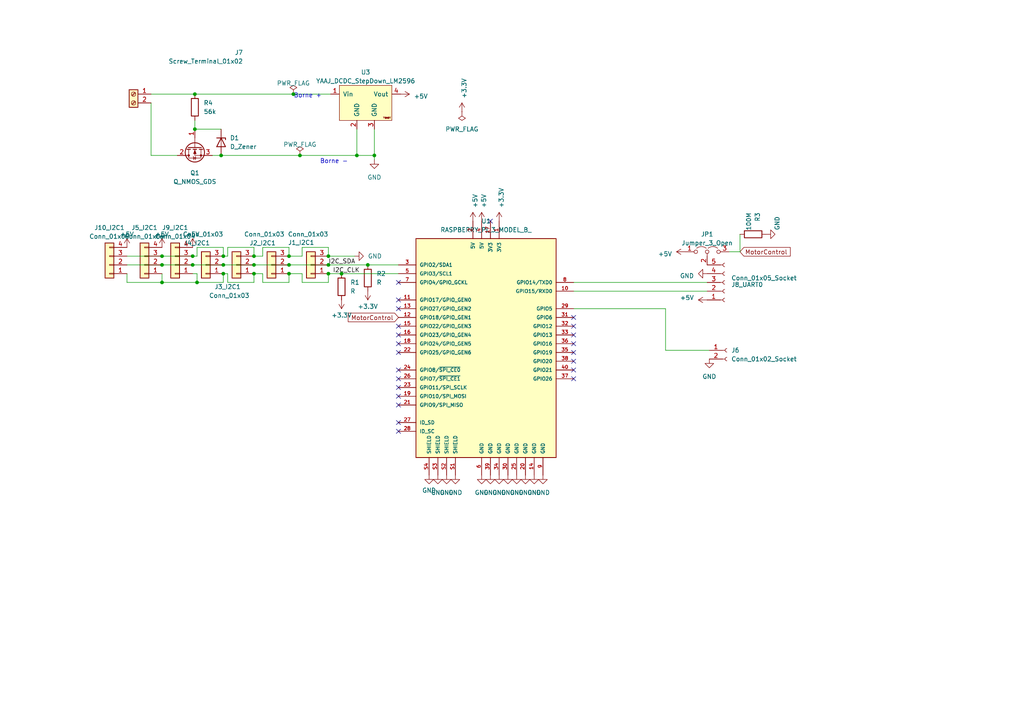
<source format=kicad_sch>
(kicad_sch (version 20231120) (generator "eeschema") (generator_version "8.0")
  (paper "A4")
  (lib_symbols
    (symbol "+3.3V_1" (power) (pin_names (offset 0))
      (property "Value" "+3.3V_1" (at 0 3.556 0))
      (symbol "+3.3V_1_0_1"
        (polyline (pts (xy -0.762 1.27) (xy 0 2.54)))
        (polyline (pts (xy 0 0) (xy 0 2.54)))
        (polyline (pts (xy 0 2.54) (xy 0.762 1.27)))
      )
      (symbol "+3.3V_1_1_1"
        (pin power_in line (at 0 0 90) (length 0) hide (name "+3.3V") (number "1"))
      )
    )
    (symbol "Connector:Conn_01x02_Socket" (pin_names (offset 1.016) hide)
      (property "Reference" "J" (at 0 2.54 0))
      (property "Value" "Conn_01x02_Socket" (at 0 -5.08 0))
      (symbol "Conn_01x02_Socket_1_1"
        (arc (start 0 -2.032) (mid -0.5058 -2.54) (end 0 -3.048) (stroke (width 0.1524)))
        (polyline (pts (xy -1.27 -2.54) (xy -0.508 -2.54)) (stroke (width 0.1524)))
        (polyline (pts (xy -1.27 0) (xy -0.508 0)) (stroke (width 0.1524)))
        (arc (start 0 0.508) (mid -0.5058 0) (end 0 -0.508) (stroke (width 0.1524)))
        (pin passive line (at -5.08 0 0) (length 3.81) (name "Pin_1") (number "1"))
        (pin passive line (at -5.08 -2.54 0) (length 3.81) (name "Pin_2") (number "2"))
      )
    )
    (symbol "Connector:Conn_01x05_Socket" (pin_names (offset 1.016) hide)
      (property "Reference" "J" (at 0 7.62 0))
      (property "Value" "Conn_01x05_Socket" (at 0 -7.62 0))
      (symbol "Conn_01x05_Socket_1_1"
        (arc (start 0 -4.572) (mid -0.5058 -5.08) (end 0 -5.588) (stroke (width 0.1524)))
        (arc (start 0 -2.032) (mid -0.5058 -2.54) (end 0 -3.048) (stroke (width 0.1524)))
        (polyline (pts (xy -1.27 -5.08) (xy -0.508 -5.08)) (stroke (width 0.1524)))
        (polyline (pts (xy -1.27 -2.54) (xy -0.508 -2.54)) (stroke (width 0.1524)))
        (polyline (pts (xy -1.27 0) (xy -0.508 0)) (stroke (width 0.1524)))
        (polyline (pts (xy -1.27 2.54) (xy -0.508 2.54)) (stroke (width 0.1524)))
        (polyline (pts (xy -1.27 5.08) (xy -0.508 5.08)) (stroke (width 0.1524)))
        (arc (start 0 0.508) (mid -0.5058 0) (end 0 -0.508) (stroke (width 0.1524)))
        (arc (start 0 3.048) (mid -0.5058 2.54) (end 0 2.032) (stroke (width 0.1524)))
        (arc (start 0 5.588) (mid -0.5058 5.08) (end 0 4.572) (stroke (width 0.1524)))
        (pin passive line (at -5.08 5.08 0) (length 3.81) (name "Pin_1") (number "1"))
        (pin passive line (at -5.08 2.54 0) (length 3.81) (name "Pin_2") (number "2"))
        (pin passive line (at -5.08 0 0) (length 3.81) (name "Pin_3") (number "3"))
        (pin passive line (at -5.08 -2.54 0) (length 3.81) (name "Pin_4") (number "4"))
        (pin passive line (at -5.08 -5.08 0) (length 3.81) (name "Pin_5") (number "5"))
      )
    )
    (symbol "Connector:Screw_Terminal_01x02" (pin_names (offset 1.016) hide)
      (property "Reference" "J" (at 0 2.54 0))
      (property "Value" "Screw_Terminal_01x02" (at 0 -5.08 0))
      (symbol "Screw_Terminal_01x02_1_1"
        (rectangle (start -1.27 1.27) (end 1.27 -3.81) (stroke (width 0.254)) (fill (type background)))
        (circle (center 0 -2.54) (radius 0.635) (stroke (width 0.1524)))
        (polyline (pts (xy -0.5334 -2.2098) (xy 0.3302 -3.048)) (stroke (width 0.1524)))
        (polyline (pts (xy -0.5334 0.3302) (xy 0.3302 -0.508)) (stroke (width 0.1524)))
        (polyline (pts (xy -0.3556 -2.032) (xy 0.508 -2.8702)) (stroke (width 0.1524)))
        (polyline (pts (xy -0.3556 0.508) (xy 0.508 -0.3302)) (stroke (width 0.1524)))
        (circle (center 0 0) (radius 0.635) (stroke (width 0.1524)))
        (pin passive line (at -5.08 0 0) (length 3.81) (name "Pin_1") (number "1"))
        (pin passive line (at -5.08 -2.54 0) (length 3.81) (name "Pin_2") (number "2"))
      )
    )
    (symbol "Connector_Generic:Conn_01x03" (pin_names (offset 1.016) hide)
      (property "Reference" "J" (at 0 5.08 0))
      (property "Value" "Conn_01x03" (at 0 -5.08 0))
      (symbol "Conn_01x03_1_1"
        (rectangle (start -1.27 -2.413) (end 0 -2.667) (stroke (width 0.1524)))
        (rectangle (start -1.27 0.127) (end 0 -0.127) (stroke (width 0.1524)))
        (rectangle (start -1.27 2.667) (end 0 2.413) (stroke (width 0.1524)))
        (rectangle (start -1.27 3.81) (end 1.27 -3.81) (stroke (width 0.254)) (fill (type background)))
        (pin passive line (at -5.08 2.54 0) (length 3.81) (name "Pin_1") (number "1"))
        (pin passive line (at -5.08 0 0) (length 3.81) (name "Pin_2") (number "2"))
        (pin passive line (at -5.08 -2.54 0) (length 3.81) (name "Pin_3") (number "3"))
      )
    )
    (symbol "Connector_Generic:Conn_01x04" (pin_names (offset 1.016) hide)
      (property "Reference" "J" (at 0 5.08 0))
      (property "Value" "Conn_01x04" (at 0 -7.62 0))
      (symbol "Conn_01x04_1_1"
        (rectangle (start -1.27 -4.953) (end 0 -5.207) (stroke (width 0.1524)))
        (rectangle (start -1.27 -2.413) (end 0 -2.667) (stroke (width 0.1524)))
        (rectangle (start -1.27 0.127) (end 0 -0.127) (stroke (width 0.1524)))
        (rectangle (start -1.27 2.667) (end 0 2.413) (stroke (width 0.1524)))
        (rectangle (start -1.27 3.81) (end 1.27 -6.35) (stroke (width 0.254)) (fill (type background)))
        (pin passive line (at -5.08 2.54 0) (length 3.81) (name "Pin_1") (number "1"))
        (pin passive line (at -5.08 0 0) (length 3.81) (name "Pin_2") (number "2"))
        (pin passive line (at -5.08 -2.54 0) (length 3.81) (name "Pin_3") (number "3"))
        (pin passive line (at -5.08 -5.08 0) (length 3.81) (name "Pin_4") (number "4"))
      )
    )
    (symbol "Device:D_Zener" (pin_numbers hide) (pin_names (offset 1.016) hide)
      (property "Reference" "D" (at 0 2.54 0))
      (property "Value" "D_Zener" (at 0 -2.54 0))
      (symbol "D_Zener_0_1"
        (polyline (pts (xy 1.27 0) (xy -1.27 0)))
        (polyline (pts (xy -1.27 -1.27) (xy -1.27 1.27) (xy -0.762 1.27)) (stroke (width 0.254)))
        (polyline (pts (xy 1.27 -1.27) (xy 1.27 1.27) (xy -1.27 0) (xy 1.27 -1.27)) (stroke (width 0.254)))
      )
      (symbol "D_Zener_1_1"
        (pin passive line (at -3.81 0 0) (length 2.54) (name "K") (number "1"))
        (pin passive line (at 3.81 0 180) (length 2.54) (name "A") (number "2"))
      )
    )
    (symbol "Device:Q_NMOS_GDS" (pin_names (offset 0) hide)
      (property "Reference" "Q" (at 5.08 1.27 0))
      (property "Value" "Q_NMOS_GDS" (at 5.08 -1.27 0))
      (symbol "Q_NMOS_GDS_0_1"
        (polyline (pts (xy 0.254 0) (xy -2.54 0)))
        (polyline (pts (xy 0.254 1.905) (xy 0.254 -1.905)) (stroke (width 0.254)))
        (polyline (pts (xy 0.762 -1.27) (xy 0.762 -2.286)) (stroke (width 0.254)))
        (polyline (pts (xy 0.762 0.508) (xy 0.762 -0.508)) (stroke (width 0.254)))
        (polyline (pts (xy 0.762 2.286) (xy 0.762 1.27)) (stroke (width 0.254)))
        (polyline (pts (xy 2.54 2.54) (xy 2.54 1.778)))
        (polyline (pts (xy 2.54 -2.54) (xy 2.54 0) (xy 0.762 0)))
        (polyline (pts (xy 0.762 -1.778) (xy 3.302 -1.778) (xy 3.302 1.778) (xy 0.762 1.778)))
        (polyline (pts (xy 1.016 0) (xy 2.032 0.381) (xy 2.032 -0.381) (xy 1.016 0)) (fill (type outline)))
        (polyline (pts (xy 2.794 0.508) (xy 2.921 0.381) (xy 3.683 0.381) (xy 3.81 0.254)))
        (polyline (pts (xy 3.302 0.381) (xy 2.921 -0.254) (xy 3.683 -0.254) (xy 3.302 0.381)))
        (circle (center 1.651 0) (radius 2.794) (stroke (width 0.254)))
        (circle (center 2.54 -1.778) (radius 0.254) (fill (type outline)))
        (circle (center 2.54 1.778) (radius 0.254) (fill (type outline)))
      )
      (symbol "Q_NMOS_GDS_1_1"
        (pin input line (at -5.08 0 0) (length 2.54) (name "G") (number "1"))
        (pin passive line (at 2.54 5.08 270) (length 2.54) (name "D") (number "2"))
        (pin passive line (at 2.54 -5.08 90) (length 2.54) (name "S") (number "3"))
      )
    )
    (symbol "Device:R" (pin_numbers hide) (pin_names (offset 0))
      (property "Reference" "R" (at 2.032 0 90))
      (property "Value" "R" (at 0 0 90))
      (symbol "R_0_1"
        (rectangle (start -1.016 -2.54) (end 1.016 2.54) (stroke (width 0.254)))
      )
      (symbol "R_1_1"
        (pin passive line (at 0 3.81 270) (length 1.27) (name "~") (number "1"))
        (pin passive line (at 0 -3.81 90) (length 1.27) (name "~") (number "2"))
      )
    )
    (symbol "Jumper:Jumper_3_Open" (pin_names (offset 0) hide)
      (property "Reference" "JP" (at -2.54 -2.54 0))
      (property "Value" "Jumper_3_Open" (at 0 2.794 0))
      (symbol "Jumper_3_Open_0_0"
        (circle (center -3.302 0) (radius 0.508))
        (circle (center 0 0) (radius 0.508))
        (circle (center 3.302 0) (radius 0.508))
      )
      (symbol "Jumper_3_Open_0_1"
        (arc (start -0.254 1.016) (mid -1.651 1.4992) (end -3.048 1.016))
        (polyline (pts (xy 0 -0.508) (xy 0 -1.27)))
        (arc (start 3.048 1.016) (mid 1.651 1.4992) (end 0.254 1.016))
      )
      (symbol "Jumper_3_Open_1_1"
        (pin passive line (at -6.35 0 0) (length 2.54) (name "A") (number "1"))
        (pin passive line (at 0 -3.81 90) (length 2.54) (name "C") (number "2"))
        (pin passive line (at 6.35 0 180) (length 2.54) (name "B") (number "3"))
      )
    )
    (symbol "RASPBERRY_PI_3_MODEL_B_:RASPBERRY_PI_3_MODEL_B_" (pin_names (offset 1.016))
      (property "Reference" "U" (at -20.32 33.528 0))
      (property "Value" "RASPBERRY_PI_3_MODEL_B_" (at 2.54 -8.89 90))
      (symbol "RASPBERRY_PI_3_MODEL_B__0_0"
        (rectangle (start -20.32 -30.48) (end 20.32 33.02) (stroke (width 0.254)) (fill (type background)))
        (pin power_in line (at 3.81 38.1 270) (length 5.08) (name "3V3") (number "1"))
        (pin bidirectional line (at 25.4 17.78 180) (length 5.08) (name "GPIO15/RXD0") (number "10"))
        (pin bidirectional line (at -25.4 15.24 0) (length 5.08) (name "GPIO17/GPIO_GEN0") (number "11"))
        (pin bidirectional line (at -25.4 10.16 0) (length 5.08) (name "GPIO18/GPIO_GEN1") (number "12"))
        (pin bidirectional line (at -25.4 12.7 0) (length 5.08) (name "GPIO27/GPIO_GEN2") (number "13"))
        (pin power_in line (at 13.97 -35.56 90) (length 5.08) (name "GND") (number "14"))
        (pin bidirectional line (at -25.4 7.62 0) (length 5.08) (name "GPIO22/GPIO_GEN3") (number "15"))
        (pin bidirectional line (at -25.4 5.08 0) (length 5.08) (name "GPIO23/GPIO_GEN4") (number "16"))
        (pin power_in line (at 1.27 38.1 270) (length 5.08) (name "3V3") (number "17"))
        (pin bidirectional line (at -25.4 2.54 0) (length 5.08) (name "GPIO24/GPIO_GEN5") (number "18"))
        (pin bidirectional line (at -25.4 -12.7 0) (length 5.08) (name "GPIO10/SPI_MOSI") (number "19"))
        (pin power_in line (at -3.81 38.1 270) (length 5.08) (name "5V") (number "2"))
        (pin power_in line (at 11.43 -35.56 90) (length 5.08) (name "GND") (number "20"))
        (pin bidirectional line (at -25.4 -15.24 0) (length 5.08) (name "GPIO9/SPI_MISO") (number "21"))
        (pin bidirectional line (at -25.4 0 0) (length 5.08) (name "GPIO25/GPIO_GEN6") (number "22"))
        (pin bidirectional line (at -25.4 -10.16 0) (length 5.08) (name "GPIO11/SPI_SCLK") (number "23"))
        (pin bidirectional line (at -25.4 -5.08 0) (length 5.08) (name "GPIO8/~{SPI_CE0}") (number "24"))
        (pin power_in line (at 8.89 -35.56 90) (length 5.08) (name "GND") (number "25"))
        (pin bidirectional line (at -25.4 -7.62 0) (length 5.08) (name "GPIO7/~{SPI_CE1}") (number "26"))
        (pin bidirectional line (at -25.4 -20.32 0) (length 5.08) (name "ID_SD") (number "27"))
        (pin bidirectional line (at -25.4 -22.86 0) (length 5.08) (name "ID_SC") (number "28"))
        (pin bidirectional line (at 25.4 12.7 180) (length 5.08) (name "GPIO5") (number "29"))
        (pin bidirectional line (at -25.4 25.4 0) (length 5.08) (name "GPIO2/SDA1") (number "3"))
        (pin power_in line (at 6.35 -35.56 90) (length 5.08) (name "GND") (number "30"))
        (pin bidirectional line (at 25.4 10.16 180) (length 5.08) (name "GPIO6") (number "31"))
        (pin bidirectional line (at 25.4 7.62 180) (length 5.08) (name "GPIO12") (number "32"))
        (pin bidirectional line (at 25.4 5.08 180) (length 5.08) (name "GPIO13") (number "33"))
        (pin power_in line (at 3.81 -35.56 90) (length 5.08) (name "GND") (number "34"))
        (pin bidirectional line (at 25.4 0 180) (length 5.08) (name "GPIO19") (number "35"))
        (pin bidirectional line (at 25.4 2.54 180) (length 5.08) (name "GPIO16") (number "36"))
        (pin bidirectional line (at 25.4 -7.62 180) (length 5.08) (name "GPIO26") (number "37"))
        (pin bidirectional line (at 25.4 -2.54 180) (length 5.08) (name "GPIO20") (number "38"))
        (pin power_in line (at 1.27 -35.56 90) (length 5.08) (name "GND") (number "39"))
        (pin power_in line (at -1.27 38.1 270) (length 5.08) (name "5V") (number "4"))
        (pin bidirectional line (at 25.4 -5.08 180) (length 5.08) (name "GPIO21") (number "40"))
        (pin bidirectional line (at -25.4 22.86 0) (length 5.08) (name "GPIO3/SCL1") (number "5"))
        (pin power_in line (at -1.27 -35.56 90) (length 5.08) (name "GND") (number "6"))
        (pin bidirectional line (at -25.4 20.32 0) (length 5.08) (name "GPIO4/GPIO_GCKL") (number "7"))
        (pin bidirectional line (at 25.4 20.32 180) (length 5.08) (name "GPIO14/TXD0") (number "8"))
        (pin power_in line (at 16.51 -35.56 90) (length 5.08) (name "GND") (number "9"))
        (pin power_in line (at -8.89 -35.56 90) (length 5.08) (name "SHIELD") (number "S1"))
        (pin power_in line (at -11.43 -35.56 90) (length 5.08) (name "SHIELD") (number "S2"))
        (pin power_in line (at -13.97 -35.56 90) (length 5.08) (name "SHIELD") (number "S3"))
        (pin power_in line (at -16.51 -35.56 90) (length 5.08) (name "SHIELD") (number "S4"))
      )
    )
    (symbol "YAAJ_DCDC_StepDown_LM2596_1" (pin_names (offset 1.016))
      (property "Reference" "U" (at -5.08 6.35 0))
      (property "Value" "YAAJ_DCDC_StepDown_LM2596" (at 0 11.43 0))
      (symbol "YAAJ_DCDC_StepDown_LM2596_1_0_1"
        (rectangle (start -7.62 5.08) (end 7.62 -5.08) (fill (type background)))
      )
      (symbol "YAAJ_DCDC_StepDown_LM2596_1_1_1"
        (text "Y@@V" (at 6.1976 -4.2672 0) (effects (font (size 0.508 0.508))))
        (pin power_in line (at -10.16 2.54 0) (length 2.54) (name "Vin") (number "1"))
        (pin power_in line (at -2.54 -7.62 90) (length 2.54) (name "GND") (number "2"))
        (pin power_in line (at 2.54 -7.62 90) (length 2.54) (name "GND") (number "3"))
        (pin power_out line (at 10.16 2.54 180) (length 2.54) (name "Vout") (number "4"))
      )
    )
    (symbol "power:+5V" (power) (pin_names (offset 0))
      (property "Value" "+5V" (at 0 3.556 0))
      (symbol "+5V_0_1"
        (polyline (pts (xy -0.762 1.27) (xy 0 2.54)))
        (polyline (pts (xy 0 0) (xy 0 2.54)))
        (polyline (pts (xy 0 2.54) (xy 0.762 1.27)))
      )
      (symbol "+5V_1_1"
        (pin power_in line (at 0 0 90) (length 0) hide (name "+5V") (number "1"))
      )
    )
    (symbol "power:GND" (power) (pin_names (offset 0))
      (property "Value" "GND" (at 0 -3.81 0))
      (symbol "GND_0_1"
        (polyline (pts (xy 0 0) (xy 0 -1.27) (xy 1.27 -1.27) (xy 0 -2.54) (xy -1.27 -1.27) (xy 0 -1.27)))
      )
      (symbol "GND_1_1"
        (pin power_in line (at 0 0 270) (length 0) hide (name "GND") (number "1"))
      )
    )
    (symbol "power:PWR_FLAG" (power) (pin_numbers hide) (pin_names (offset 0) hide)
      (property "Value" "PWR_FLAG" (at 0 3.81 0))
      (symbol "PWR_FLAG_0_0"
        (pin power_out line (at 0 0 90) (length 0) (name "pwr") (number "1"))
      )
      (symbol "PWR_FLAG_0_1"
        (polyline (pts (xy 0 0) (xy 0 1.27) (xy -1.016 1.905) (xy 0 2.54) (xy 1.016 1.905) (xy 0 1.27)))
      )
    )
  )
  (junction (at 103.505 45.085))
  (junction (at 108.585 45.085))
  (junction (at 83.82 74.295))
  (junction (at 57.15 81.915))
  (junction (at 86.995 45.085))
  (junction (at 46.99 76.835))
  (junction (at 83.82 79.375))
  (junction (at 99.06 79.375))
  (junction (at 85.09 27.305))
  (junction (at 56.515 37.465))
  (junction (at 73.66 76.835))
  (junction (at 64.135 45.085))
  (junction (at 73.66 79.375))
  (junction (at 55.88 74.295))
  (junction (at 64.77 74.295))
  (junction (at 95.25 76.835))
  (junction (at 73.66 74.295))
  (junction (at 56.515 27.305))
  (junction (at 83.82 76.835))
  (junction (at 64.77 76.835))
  (junction (at 46.99 74.295))
  (junction (at 46.99 81.915))
  (junction (at 55.88 76.835))
  (junction (at 106.68 76.835))
  (junction (at 95.25 79.375))
  (junction (at 95.25 74.295))
  (junction (at 64.77 79.375))
  (no_connect (at 115.57 89.535))
  (no_connect (at 115.57 86.995))
  (no_connect (at 166.37 94.615))
  (no_connect (at 115.57 117.475))
  (no_connect (at 115.57 94.615))
  (no_connect (at 115.57 112.395))
  (no_connect (at 115.57 102.235))
  (no_connect (at 166.37 97.155))
  (no_connect (at 166.37 99.695))
  (no_connect (at 166.37 102.235))
  (no_connect (at 142.24 64.135))
  (no_connect (at 115.57 109.855))
  (no_connect (at 115.57 125.095))
  (no_connect (at 115.57 99.695))
  (no_connect (at 166.37 92.075))
  (no_connect (at 115.57 97.155))
  (no_connect (at 166.37 109.855))
  (no_connect (at 166.37 104.775))
  (no_connect (at 166.37 107.315))
  (no_connect (at 115.57 107.315))
  (no_connect (at 115.57 81.915))
  (no_connect (at 115.57 114.935))
  (no_connect (at 115.57 122.555))
  (wire (pts (xy 66.04 74.295) (xy 66.04 71.755)))
  (wire (pts (xy 83.82 76.835) (xy 95.25 76.835)))
  (wire (pts (xy 64.77 76.835) (xy 73.66 76.835)))
  (wire (pts (xy 83.82 71.755) (xy 83.82 74.295)))
  (wire (pts (xy 56.515 34.925) (xy 56.515 37.465)))
  (wire (pts (xy 103.505 45.085) (xy 86.995 45.085)))
  (wire (pts (xy 108.585 45.085) (xy 108.585 37.465)))
  (wire (pts (xy 73.66 79.375) (xy 76.2 79.375)))
  (wire (pts (xy 193.04 89.535) (xy 166.37 89.535)))
  (wire (pts (xy 46.99 76.835) (xy 55.88 76.835)))
  (wire (pts (xy 95.25 71.755) (xy 95.25 74.295)))
  (wire (pts (xy 64.77 81.915) (xy 64.77 79.375)))
  (wire (pts (xy 102.87 74.295) (xy 95.25 74.295)))
  (wire (pts (xy 57.15 71.755) (xy 64.77 71.755)))
  (wire (pts (xy 95.25 81.915) (xy 95.25 79.375)))
  (wire (pts (xy 36.83 76.835) (xy 46.99 76.835)))
  (wire (pts (xy 87.63 81.915) (xy 95.25 81.915)))
  (wire (pts (xy 95.25 76.835) (xy 106.68 76.835)))
  (wire (pts (xy 95.25 79.375) (xy 99.06 79.375)))
  (wire (pts (xy 166.37 81.915) (xy 205.105 81.915)))
  (wire (pts (xy 43.815 29.845) (xy 43.815 45.085)))
  (wire (pts (xy 87.63 74.295) (xy 87.63 71.755)))
  (wire (pts (xy 193.04 101.6) (xy 205.74 101.6)))
  (wire (pts (xy 61.595 45.085) (xy 64.135 45.085)))
  (wire (pts (xy 103.505 45.085) (xy 103.505 37.465)))
  (wire (pts (xy 83.82 81.915) (xy 83.82 79.375)))
  (wire (pts (xy 46.99 81.915) (xy 46.99 79.375)))
  (wire (pts (xy 57.15 79.375) (xy 57.15 81.915)))
  (wire (pts (xy 214.63 67.945) (xy 214.63 73.025)))
  (wire (pts (xy 87.63 71.755) (xy 95.25 71.755)))
  (wire (pts (xy 193.04 101.6) (xy 193.04 89.535)))
  (wire (pts (xy 76.2 81.915) (xy 83.82 81.915)))
  (wire (pts (xy 64.135 45.085) (xy 86.995 45.085)))
  (wire (pts (xy 56.515 37.465) (xy 64.135 37.465)))
  (wire (pts (xy 73.66 74.295) (xy 76.2 74.295)))
  (wire (pts (xy 108.585 45.085) (xy 108.585 46.355)))
  (wire (pts (xy 95.885 27.305) (xy 85.09 27.305)))
  (wire (pts (xy 43.815 45.085) (xy 51.435 45.085)))
  (wire (pts (xy 64.77 74.295) (xy 66.04 74.295)))
  (wire (pts (xy 108.585 45.085) (xy 103.505 45.085)))
  (wire (pts (xy 56.515 27.305) (xy 85.09 27.305)))
  (wire (pts (xy 66.04 81.915) (xy 73.66 81.915)))
  (wire (pts (xy 106.68 76.835) (xy 115.57 76.835)))
  (wire (pts (xy 46.99 74.295) (xy 55.88 74.295)))
  (wire (pts (xy 73.66 79.375) (xy 73.66 81.915)))
  (wire (pts (xy 36.83 81.915) (xy 36.83 79.375)))
  (wire (pts (xy 57.15 74.295) (xy 57.15 71.755)))
  (wire (pts (xy 43.815 27.305) (xy 56.515 27.305)))
  (wire (pts (xy 55.88 74.295) (xy 57.15 74.295)))
  (wire (pts (xy 87.63 79.375) (xy 87.63 81.915)))
  (wire (pts (xy 76.2 74.295) (xy 76.2 71.755)))
  (wire (pts (xy 66.04 71.755) (xy 73.66 71.755)))
  (wire (pts (xy 166.37 84.455) (xy 205.105 84.455)))
  (wire (pts (xy 73.66 76.835) (xy 83.82 76.835)))
  (wire (pts (xy 73.66 71.755) (xy 73.66 74.295)))
  (wire (pts (xy 55.88 76.835) (xy 64.77 76.835)))
  (wire (pts (xy 66.04 79.375) (xy 66.04 81.915)))
  (wire (pts (xy 36.83 74.295) (xy 46.99 74.295)))
  (wire (pts (xy 55.88 79.375) (xy 57.15 79.375)))
  (wire (pts (xy 76.2 71.755) (xy 83.82 71.755)))
  (wire (pts (xy 57.15 81.915) (xy 46.99 81.915)))
  (wire (pts (xy 46.99 81.915) (xy 36.83 81.915)))
  (wire (pts (xy 76.2 79.375) (xy 76.2 81.915)))
  (wire (pts (xy 83.82 74.295) (xy 87.63 74.295)))
  (wire (pts (xy 214.63 73.025) (xy 211.455 73.025)))
  (wire (pts (xy 64.77 79.375) (xy 66.04 79.375)))
  (wire (pts (xy 83.82 79.375) (xy 87.63 79.375)))
  (wire (pts (xy 99.06 79.375) (xy 115.57 79.375)))
  (wire (pts (xy 57.15 81.915) (xy 64.77 81.915)))
  (wire (pts (xy 64.77 71.755) (xy 64.77 74.295)))
  (text "Borne +\n" (at 93.345 28.575 0) (effects (font (size 1.27 1.27)) (justify right bottom)))
  (text "Borne -\n" (at 100.965 47.625 0) (effects (font (size 1.27 1.27)) (justify right bottom)))
  (label "I2C_CLK" (at 96.52 79.375 0))
  (label "I2C_SDA" (at 95.25 76.835 0))
  (global_label "MotorControl" (shape input) (at 214.63 73.025 0) (property "Intersheetrefs" "${INTERSHEET_REFS}" (effects (hide yes))))
  (global_label "MotorControl" (shape input) (at 115.57 92.075 180) (property "Intersheetrefs" "${INTERSHEET_REFS}" (effects (hide yes))))
  (symbol (lib_id "power:GND") (at 222.25 67.945 90) (unit 1)
    (property "Reference" "#PWR012" (effects (hide yes)))
    (property "Value" "GND" (at 225.425 64.77 0))
  )
  (symbol (lib_name "+3.3V_1") (lib_id "power:+3.3V") (at 99.06 86.995 180) (unit 1)
    (property "Reference" "#PWR05" (effects (hide yes)))
    (property "Value" "+3.3V" (at 99.06 91.44 0))
  )
  (symbol (lib_id "Connector:Conn_01x02_Socket") (at 210.82 101.6 0) (unit 1)
    (property "Reference" "J6" (at 212.09 101.6 0) (effects (justify left)))
    (property "Value" "Conn_01x02_Socket" (at 212.09 104.14 0) (effects (justify left)))
    (property "Footprint" "Connector_PinHeader_2.54mm:PinHeader_1x02_P2.54mm_Vertical" (effects (hide yes)))
  )
  (symbol (lib_id "Connector:Conn_01x05_Socket") (at 210.185 81.915 0) (mirror x) (unit 1)
    (property "Reference" "J8_UART0" (at 212.09 82.55 0) (effects (justify left)))
    (property "Value" "Conn_01x05_Socket" (at 212.09 80.645 0) (effects (justify left)))
    (property "Footprint" "Connector_JST:JST_XH_B5B-XH-A_1x05_P2.50mm_Vertical" (effects (hide yes)))
  )
  (symbol (lib_id "Connector_Generic:Conn_01x03") (at 90.17 76.835 180) (unit 1)
    (property "Reference" "J1_I2C1" (at 91.186 70.358 0) (effects (justify left)))
    (property "Value" "Conn_01x03" (at 95.25 67.945 0) (effects (justify left)))
    (property "Footprint" "Connector_JST:JST_XH_B3B-XH-A_1x03_P2.50mm_Vertical" (effects (hide yes)))
  )
  (symbol (lib_id "power:+5V") (at 198.755 73.025 90) (unit 1)
    (property "Reference" "#PWR013" (effects (hide yes)))
    (property "Value" "+5V" (at 194.945 73.66 90) (effects (justify left)))
  )
  (symbol (lib_id "power:GND") (at 132.08 137.795 0) (unit 1)
    (property "Reference" "#PWR021" (effects (hide yes)))
    (property "Value" "GND" (at 132.08 142.875 0))
  )
  (symbol (lib_id "power:GND") (at 157.48 137.795 0) (unit 1)
    (property "Reference" "#PWR029" (effects (hide yes)))
    (property "Value" "GND" (at 157.48 142.875 0))
  )
  (symbol (lib_id "Connector_Generic:Conn_01x04") (at 41.91 76.835 180) (unit 1)
    (property "Reference" "J5_I2C1" (at 41.91 66.04 0))
    (property "Value" "Conn_01x04" (at 41.91 68.58 0))
    (property "Footprint" "Connector_JST:JST_XH_B4B-XH-A_1x04_P2.50mm_Vertical" (effects (hide yes)))
  )
  (symbol (lib_id "Jumper:Jumper_3_Open") (at 205.105 73.025 0) (unit 1)
    (property "Reference" "JP1" (at 205.105 67.945 0))
    (property "Value" "Jumper_3_Open" (at 205.105 70.485 0))
    (property "Footprint" "Connector_PinHeader_2.54mm:PinHeader_1x03_P2.54mm_Vertical" (effects (hide yes)))
  )
  (symbol (lib_id "Connector_Generic:Conn_01x03") (at 78.74 76.835 180) (unit 1)
    (property "Reference" "J2_I2C1" (at 80.01 70.485 0) (effects (justify left)))
    (property "Value" "Conn_01x03" (at 82.55 67.945 0) (effects (justify left)))
    (property "Footprint" "Connector_JST:JST_XH_B3B-XH-A_1x03_P2.50mm_Vertical" (effects (hide yes)))
  )
  (symbol (lib_id "power:GND") (at 147.32 137.795 0) (unit 1)
    (property "Reference" "#PWR025" (effects (hide yes)))
    (property "Value" "GND" (at 147.32 142.875 0))
  )
  (symbol (lib_id "power:GND") (at 102.87 74.295 90) (unit 1)
    (property "Reference" "#PWR01" (effects (hide yes)))
    (property "Value" "GND" (at 106.68 74.295 90) (effects (justify right)))
  )
  (symbol (lib_name "+3.3V_1") (lib_id "power:+3.3V") (at 144.78 64.135 0) (unit 1)
    (property "Reference" "#PWR08" (effects (hide yes)))
    (property "Value" "+3.3V" (at 145.415 60.325 90) (effects (justify left)))
  )
  (symbol (lib_id "power:+5V") (at 36.83 71.755 0) (unit 1)
    (property "Reference" "#PWR03" (effects (hide yes)))
    (property "Value" "+5V" (at 36.83 67.945 0))
  )
  (symbol (lib_name "+3.3V_1") (lib_id "power:+3.3V") (at 106.68 84.455 180) (unit 1)
    (property "Reference" "#PWR04" (effects (hide yes)))
    (property "Value" "+3.3V" (at 106.68 88.9 0))
  )
  (symbol (lib_id "power:GND") (at 205.105 79.375 270) (unit 1)
    (property "Reference" "#PWR011" (effects (hide yes)))
    (property "Value" "GND" (at 201.295 80.01 90) (effects (justify right)))
  )
  (symbol (lib_id "power:GND") (at 144.78 137.795 0) (unit 1)
    (property "Reference" "#PWR024" (effects (hide yes)))
    (property "Value" "GND" (at 144.78 142.875 0))
  )
  (symbol (lib_id "power:GND") (at 142.24 137.795 0) (unit 1)
    (property "Reference" "#PWR023" (effects (hide yes)))
    (property "Value" "GND" (at 142.24 142.875 0))
  )
  (symbol (lib_id "Device:R") (at 56.515 31.115 0) (unit 1)
    (property "Reference" "R4" (at 59.055 29.8449 0) (effects (justify left)))
    (property "Value" "56k" (at 59.055 32.3849 0) (effects (justify left)))
    (property "Footprint" "Resistor_SMD:R_0805_2012Metric_Pad1.20x1.40mm_HandSolder" (effects (hide yes)))
  )
  (symbol (lib_id "power:+5V") (at 205.105 86.995 90) (mirror x) (unit 1)
    (property "Reference" "#PWR010" (effects (hide yes)))
    (property "Value" "+5V" (at 201.295 86.36 90) (effects (justify left)))
  )
  (symbol (lib_id "Connector_Generic:Conn_01x03") (at 59.69 76.835 180) (unit 1)
    (property "Reference" "J4_I2C1" (at 60.96 70.485 0) (effects (justify left)))
    (property "Value" "Conn_01x03" (at 64.77 67.945 0) (effects (justify left)))
    (property "Footprint" "Connector_JST:JST_XH_B3B-XH-A_1x03_P2.50mm_Vertical" (effects (hide yes)))
  )
  (symbol (lib_id "power:+5V") (at 137.16 64.135 0) (unit 1)
    (property "Reference" "#PWR09" (effects (hide yes)))
    (property "Value" "+5V" (at 137.795 60.325 90) (effects (justify left)))
  )
  (symbol (lib_id "Device:D_Zener") (at 64.135 41.275 270) (unit 1)
    (property "Reference" "D1" (at 66.675 40.0049 90) (effects (justify left)))
    (property "Value" "D_Zener" (at 66.675 42.5449 90) (effects (justify left)))
    (property "Footprint" "Diode_SMD:D_SOD-123" (effects (hide yes)))
  )
  (symbol (lib_id "Connector_Generic:Conn_01x03") (at 68.58 76.835 180) (unit 1)
    (property "Reference" "J3_I2C1" (at 69.85 83.185 0) (effects (justify left)))
    (property "Value" "Conn_01x03" (at 72.39 85.725 0) (effects (justify left)))
    (property "Footprint" "Connector_JST:JST_XH_B3B-XH-A_1x03_P2.50mm_Vertical" (effects (hide yes)))
  )
  (symbol (lib_id "RASPBERRY_PI_3_MODEL_B_:RASPBERRY_PI_3_MODEL_B_") (at 140.97 102.235 0) (unit 1)
    (property "Reference" "U1" (at 140.97 64.135 0))
    (property "Value" "RASPBERRY_PI_3_MODEL_B_" (at 140.97 66.675 0))
    (property "Footprint" "raspberryPi:EmpreintPourShiel_RaspberryPi3B" (effects (hide yes)))
    (property "Description" "\nSingle Board Computer, Model B+ 1GB RAM,Raspberry Pi 3 Series | Raspberry Pi RASPBERRY PI 3 MODEL B+\n" (effects (hide yes)))
    (property "MF" "Raspberry Pi" (effects (hide yes)))
    (property "MAXIMUM_PACKAGE_HEIGHT" "16 mm" (effects (hide yes)))
    (property "Package" "Raspberry Pi" (effects (hide yes)))
    (property "Price" "None" (effects (hide yes)))
    (property "Check_prices" "https://www.snapeda.com/parts/RASPBERRY%20PI%203%20MODEL%20B+/Raspberry+Pi/view-part/?ref=eda" (effects (hide yes)))
    (property "STANDARD" "Manufacturer Recommendations" (effects (hide yes)))
    (property "PARTREV" "N/A" (effects (hide yes)))
    (property "SnapEDA_Link" "https://www.snapeda.com/parts/RASPBERRY%20PI%203%20MODEL%20B+/Raspberry+Pi/view-part/?ref=snap" (effects (hide yes)))
    (property "MP" "RASPBERRY PI 3 MODEL B+" (effects (hide yes)))
    (property "SNAPEDA_PN" "RASPBERRY PI 3 MODEL B+" (effects (hide yes)))
    (property "Availability" "Not in stock" (effects (hide yes)))
    (property "MANUFACTURER" "Raspberry Pi" (effects (hide yes)))
  )
  (symbol (lib_id "power:PWR_FLAG") (at 85.09 27.305 0) (mirror y) (unit 1)
    (property "Reference" "#FLG02" (effects (hide yes)))
    (property "Value" "PWR_FLAG" (at 85.09 24.13 0))
  )
  (symbol (lib_name "YAAJ_DCDC_StepDown_LM2596_1") (lib_id "yaaj_dcdc_stepdown_lm2596:YAAJ_DCDC_StepDown_LM2596") (at 106.045 29.845 0) (unit 1)
    (property "Reference" "U3" (at 106.045 20.955 0))
    (property "Value" "YAAJ_DCDC_StepDown_LM2596" (at 106.045 23.495 0))
    (property "Footprint" "LM2596:YAAJ_DCDC_StepDown_LM2596" (effects (hide yes)))
  )
  (symbol (lib_id "power:+5V") (at 139.7 64.135 0) (unit 1)
    (property "Reference" "#PWR017" (effects (hide yes)))
    (property "Value" "+5V" (at 140.335 60.325 90) (effects (justify left)))
  )
  (symbol (lib_id "Connector:Screw_Terminal_01x02") (at 38.735 27.305 0) (mirror y) (unit 1)
    (property "Reference" "J7" (at 70.485 15.24 0) (effects (justify left)))
    (property "Value" "Screw_Terminal_01x02" (at 70.485 17.78 0) (effects (justify left)))
    (property "Footprint" "TerminalBlockBend:CUI_TBP01R1-508-02BE" (effects (hide yes)))
  )
  (symbol (lib_id "Connector_Generic:Conn_01x04") (at 31.75 76.835 180) (unit 1)
    (property "Reference" "J10_I2C1" (at 31.75 66.04 0))
    (property "Value" "Conn_01x04" (at 31.75 68.58 0))
    (property "Footprint" "Connector_JST:JST_XH_B4B-XH-A_1x04_P2.50mm_Vertical" (effects (hide yes)))
  )
  (symbol (lib_id "power:GND") (at 205.74 104.14 0) (unit 1)
    (property "Reference" "#PWR06" (effects (hide yes)))
    (property "Value" "GND" (at 205.74 109.22 0))
  )
  (symbol (lib_id "Connector_Generic:Conn_01x04") (at 50.8 76.835 180) (unit 1)
    (property "Reference" "J9_I2C1" (at 50.8 66.04 0))
    (property "Value" "Conn_01x04" (at 50.8 68.58 0))
    (property "Footprint" "Connector_JST:JST_XH_B4B-XH-A_1x04_P2.50mm_Vertical" (effects (hide yes)))
  )
  (symbol (lib_id "power:GND") (at 154.94 137.795 0) (unit 1)
    (property "Reference" "#PWR028" (effects (hide yes)))
    (property "Value" "GND" (at 154.94 142.875 0))
  )
  (symbol (lib_id "power:PWR_FLAG") (at 133.985 32.385 180) (unit 1)
    (property "Reference" "#FLG04" (effects (hide yes)))
    (property "Value" "PWR_FLAG" (at 133.985 37.465 0))
  )
  (symbol (lib_name "+3.3V_1") (lib_id "power:+3.3V") (at 133.985 32.385 0) (unit 1)
    (property "Reference" "#PWR016" (effects (hide yes)))
    (property "Value" "+3.3V" (at 134.62 28.575 90) (effects (justify left)))
  )
  (symbol (lib_id "Device:Q_NMOS_GDS") (at 56.515 42.545 90) (mirror x) (unit 1)
    (property "Reference" "Q1" (at 56.515 50.165 90))
    (property "Value" "Q_NMOS_GDS" (at 56.515 52.705 90))
    (property "Footprint" "Package_TO_SOT_SMD:TO-252-2" (effects (hide yes)))
  )
  (symbol (lib_id "power:GND") (at 139.7 137.795 0) (unit 1)
    (property "Reference" "#PWR022" (effects (hide yes)))
    (property "Value" "GND" (at 139.7 142.875 0))
  )
  (symbol (lib_id "power:GND") (at 108.585 46.355 0) (mirror y) (unit 1)
    (property "Reference" "#PWR02" (effects (hide yes)))
    (property "Value" "GND" (at 108.585 51.435 0))
  )
  (symbol (lib_id "power:GND") (at 129.54 137.795 0) (unit 1)
    (property "Reference" "#PWR020" (effects (hide yes)))
    (property "Value" "GND" (at 129.54 142.875 0))
  )
  (symbol (lib_id "power:+5V") (at 46.99 71.755 0) (unit 1)
    (property "Reference" "#PWR014" (effects (hide yes)))
    (property "Value" "+5V" (at 46.99 67.945 0))
  )
  (symbol (lib_id "power:GND") (at 124.46 137.795 0) (unit 1)
    (property "Reference" "#PWR018" (effects (hide yes)))
    (property "Value" "GND" (at 124.46 142.24 0))
  )
  (symbol (lib_id "Device:R") (at 106.68 80.645 0) (unit 1)
    (property "Reference" "R2" (at 109.22 79.375 0) (effects (justify left)))
    (property "Value" "R" (at 109.22 81.915 0) (effects (justify left)))
    (property "Footprint" "Resistor_SMD:R_0805_2012Metric_Pad1.20x1.40mm_HandSolder" (effects (hide yes)))
  )
  (symbol (lib_id "Device:R") (at 99.06 83.185 0) (unit 1)
    (property "Reference" "R1" (at 101.6 81.915 0) (effects (justify left)))
    (property "Value" "R" (at 101.6 84.455 0) (effects (justify left)))
    (property "Footprint" "Resistor_SMD:R_0805_2012Metric_Pad1.20x1.40mm_HandSolder" (effects (hide yes)))
  )
  (symbol (lib_id "power:+5V") (at 55.88 71.755 0) (unit 1)
    (property "Reference" "#PWR015" (effects (hide yes)))
    (property "Value" "+5V" (at 55.88 67.945 0))
  )
  (symbol (lib_id "power:GND") (at 127 137.795 0) (unit 1)
    (property "Reference" "#PWR019" (effects (hide yes)))
    (property "Value" "GND" (at 127 142.875 0))
  )
  (symbol (lib_id "power:PWR_FLAG") (at 86.995 45.085 0) (mirror y) (unit 1)
    (property "Reference" "#FLG01" (effects (hide yes)))
    (property "Value" "PWR_FLAG" (at 86.995 41.91 0))
  )
  (symbol (lib_id "Device:R") (at 218.44 67.945 270) (unit 1)
    (property "Reference" "R3" (at 219.71 61.595 0) (effects (justify left)))
    (property "Value" "100M" (at 217.17 61.595 0) (effects (justify left)))
    (property "Footprint" "Resistor_SMD:R_0805_2012Metric" (effects (hide yes)))
  )
  (symbol (lib_id "power:+5V") (at 116.205 27.305 270) (unit 1)
    (property "Reference" "#PWR07" (effects (hide yes)))
    (property "Value" "+5V" (at 120.015 27.94 90) (effects (justify left)))
  )
  (symbol (lib_id "power:GND") (at 152.4 137.795 0) (unit 1)
    (property "Reference" "#PWR027" (effects (hide yes)))
    (property "Value" "GND" (at 152.4 142.875 0))
  )
  (symbol (lib_id "power:GND") (at 149.86 137.795 0) (unit 1)
    (property "Reference" "#PWR026" (effects (hide yes)))
    (property "Value" "GND" (at 149.86 142.875 0))
  )
)
</source>
